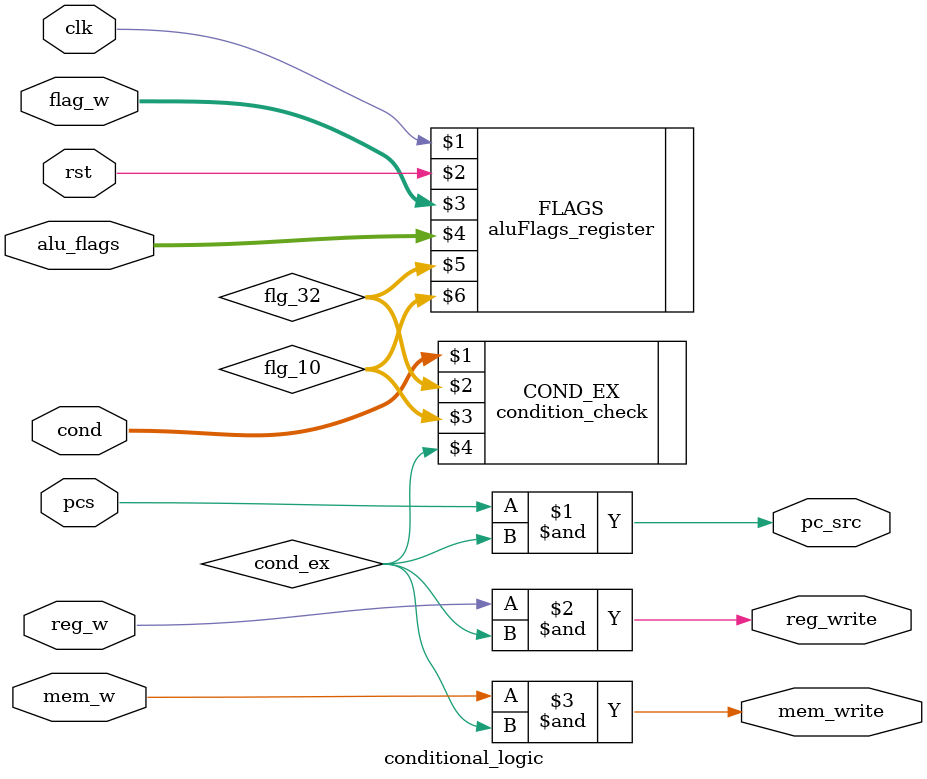
<source format=sv>
module conditional_logic
(
	input logic clk,
	input logic rst,
	input logic pcs,
	input logic reg_w,
	input logic mem_w,
	input logic [1:0] flag_w,
	input logic [3:0] cond,
	input logic [3:0] alu_flags,
	output logic pc_src,
	output logic reg_write,
	output logic mem_write
);

	logic [1:0] flg_32, flg_10;
	logic cond_ex;
	
	aluFlags_register FLAGS(clk,rst,flag_w,alu_flags,flg_32,flg_10);
	condition_check COND_EX(cond, flg_32,flg_10,cond_ex);
	
	assign pc_src = (pcs & cond_ex);
	assign reg_write = (reg_w & cond_ex);
	assign mem_write = (mem_w & cond_ex);
	

endmodule

</source>
